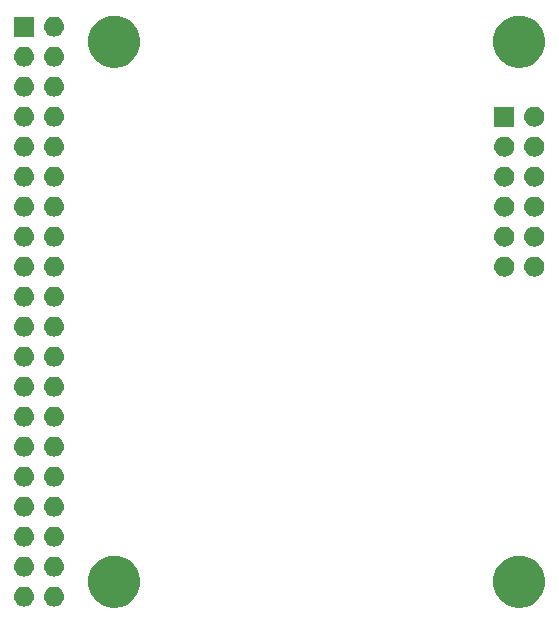
<source format=gbr>
G04 #@! TF.GenerationSoftware,KiCad,Pcbnew,(5.0.1)-3*
G04 #@! TF.CreationDate,2018-12-20T13:20:35+01:00*
G04 #@! TF.ProjectId,HB-RF-USB,48422D52462D5553422E6B696361645F,rev?*
G04 #@! TF.SameCoordinates,Original*
G04 #@! TF.FileFunction,Soldermask,Bot*
G04 #@! TF.FilePolarity,Negative*
%FSLAX46Y46*%
G04 Gerber Fmt 4.6, Leading zero omitted, Abs format (unit mm)*
G04 Created by KiCad (PCBNEW (5.0.1)-3) date 20.12.2018 13:20:35*
%MOMM*%
%LPD*%
G01*
G04 APERTURE LIST*
%ADD10C,0.100000*%
G04 APERTURE END LIST*
D10*
G36*
X75359199Y-97537273D02*
X75571717Y-97579545D01*
X75882922Y-97708450D01*
X75972091Y-97745385D01*
X76332418Y-97986148D01*
X76638852Y-98292582D01*
X76879615Y-98652909D01*
X77045455Y-99053284D01*
X77130000Y-99478319D01*
X77130000Y-99911681D01*
X77111405Y-100005166D01*
X77045455Y-100336717D01*
X76879615Y-100737091D01*
X76638852Y-101097418D01*
X76332418Y-101403852D01*
X75972091Y-101644615D01*
X75571717Y-101810455D01*
X75359198Y-101852728D01*
X75146681Y-101895000D01*
X74713319Y-101895000D01*
X74500802Y-101852728D01*
X74288283Y-101810455D01*
X73887909Y-101644615D01*
X73527582Y-101403852D01*
X73221148Y-101097418D01*
X72980385Y-100737091D01*
X72814545Y-100336717D01*
X72748595Y-100005166D01*
X72730000Y-99911681D01*
X72730000Y-99478319D01*
X72814545Y-99053284D01*
X72980385Y-98652909D01*
X73221148Y-98292582D01*
X73527582Y-97986148D01*
X73887909Y-97745385D01*
X73977078Y-97708450D01*
X74288283Y-97579545D01*
X74500801Y-97537273D01*
X74713319Y-97495000D01*
X75146681Y-97495000D01*
X75359199Y-97537273D01*
X75359199Y-97537273D01*
G37*
G36*
X41069199Y-97537273D02*
X41281717Y-97579545D01*
X41592922Y-97708450D01*
X41682091Y-97745385D01*
X42042418Y-97986148D01*
X42348852Y-98292582D01*
X42589615Y-98652909D01*
X42755455Y-99053284D01*
X42840000Y-99478319D01*
X42840000Y-99911681D01*
X42821405Y-100005166D01*
X42755455Y-100336717D01*
X42589615Y-100737091D01*
X42348852Y-101097418D01*
X42042418Y-101403852D01*
X41682091Y-101644615D01*
X41281717Y-101810455D01*
X41069198Y-101852728D01*
X40856681Y-101895000D01*
X40423319Y-101895000D01*
X40210802Y-101852728D01*
X39998283Y-101810455D01*
X39597909Y-101644615D01*
X39237582Y-101403852D01*
X38931148Y-101097418D01*
X38690385Y-100737091D01*
X38524545Y-100336717D01*
X38458595Y-100005166D01*
X38440000Y-99911681D01*
X38440000Y-99478319D01*
X38524545Y-99053284D01*
X38690385Y-98652909D01*
X38931148Y-98292582D01*
X39237582Y-97986148D01*
X39597909Y-97745385D01*
X39687078Y-97708450D01*
X39998283Y-97579545D01*
X40210801Y-97537273D01*
X40423319Y-97495000D01*
X40856681Y-97495000D01*
X41069199Y-97537273D01*
X41069199Y-97537273D01*
G37*
G36*
X33166629Y-100127300D02*
X33326855Y-100175903D01*
X33474519Y-100254832D01*
X33603948Y-100361052D01*
X33710168Y-100490481D01*
X33789097Y-100638145D01*
X33837700Y-100798371D01*
X33854112Y-100965000D01*
X33837700Y-101131629D01*
X33789097Y-101291855D01*
X33710168Y-101439519D01*
X33603948Y-101568948D01*
X33474519Y-101675168D01*
X33326855Y-101754097D01*
X33166629Y-101802700D01*
X33041749Y-101815000D01*
X32958251Y-101815000D01*
X32833371Y-101802700D01*
X32673145Y-101754097D01*
X32525481Y-101675168D01*
X32396052Y-101568948D01*
X32289832Y-101439519D01*
X32210903Y-101291855D01*
X32162300Y-101131629D01*
X32145888Y-100965000D01*
X32162300Y-100798371D01*
X32210903Y-100638145D01*
X32289832Y-100490481D01*
X32396052Y-100361052D01*
X32525481Y-100254832D01*
X32673145Y-100175903D01*
X32833371Y-100127300D01*
X32958251Y-100115000D01*
X33041749Y-100115000D01*
X33166629Y-100127300D01*
X33166629Y-100127300D01*
G37*
G36*
X35706629Y-100127300D02*
X35866855Y-100175903D01*
X36014519Y-100254832D01*
X36143948Y-100361052D01*
X36250168Y-100490481D01*
X36329097Y-100638145D01*
X36377700Y-100798371D01*
X36394112Y-100965000D01*
X36377700Y-101131629D01*
X36329097Y-101291855D01*
X36250168Y-101439519D01*
X36143948Y-101568948D01*
X36014519Y-101675168D01*
X35866855Y-101754097D01*
X35706629Y-101802700D01*
X35581749Y-101815000D01*
X35498251Y-101815000D01*
X35373371Y-101802700D01*
X35213145Y-101754097D01*
X35065481Y-101675168D01*
X34936052Y-101568948D01*
X34829832Y-101439519D01*
X34750903Y-101291855D01*
X34702300Y-101131629D01*
X34685888Y-100965000D01*
X34702300Y-100798371D01*
X34750903Y-100638145D01*
X34829832Y-100490481D01*
X34936052Y-100361052D01*
X35065481Y-100254832D01*
X35213145Y-100175903D01*
X35373371Y-100127300D01*
X35498251Y-100115000D01*
X35581749Y-100115000D01*
X35706629Y-100127300D01*
X35706629Y-100127300D01*
G37*
G36*
X33166629Y-97587300D02*
X33326855Y-97635903D01*
X33474519Y-97714832D01*
X33603948Y-97821052D01*
X33710168Y-97950481D01*
X33789097Y-98098145D01*
X33837700Y-98258371D01*
X33854112Y-98425000D01*
X33837700Y-98591629D01*
X33789097Y-98751855D01*
X33710168Y-98899519D01*
X33603948Y-99028948D01*
X33474519Y-99135168D01*
X33326855Y-99214097D01*
X33166629Y-99262700D01*
X33041749Y-99275000D01*
X32958251Y-99275000D01*
X32833371Y-99262700D01*
X32673145Y-99214097D01*
X32525481Y-99135168D01*
X32396052Y-99028948D01*
X32289832Y-98899519D01*
X32210903Y-98751855D01*
X32162300Y-98591629D01*
X32145888Y-98425000D01*
X32162300Y-98258371D01*
X32210903Y-98098145D01*
X32289832Y-97950481D01*
X32396052Y-97821052D01*
X32525481Y-97714832D01*
X32673145Y-97635903D01*
X32833371Y-97587300D01*
X32958251Y-97575000D01*
X33041749Y-97575000D01*
X33166629Y-97587300D01*
X33166629Y-97587300D01*
G37*
G36*
X35706629Y-97587300D02*
X35866855Y-97635903D01*
X36014519Y-97714832D01*
X36143948Y-97821052D01*
X36250168Y-97950481D01*
X36329097Y-98098145D01*
X36377700Y-98258371D01*
X36394112Y-98425000D01*
X36377700Y-98591629D01*
X36329097Y-98751855D01*
X36250168Y-98899519D01*
X36143948Y-99028948D01*
X36014519Y-99135168D01*
X35866855Y-99214097D01*
X35706629Y-99262700D01*
X35581749Y-99275000D01*
X35498251Y-99275000D01*
X35373371Y-99262700D01*
X35213145Y-99214097D01*
X35065481Y-99135168D01*
X34936052Y-99028948D01*
X34829832Y-98899519D01*
X34750903Y-98751855D01*
X34702300Y-98591629D01*
X34685888Y-98425000D01*
X34702300Y-98258371D01*
X34750903Y-98098145D01*
X34829832Y-97950481D01*
X34936052Y-97821052D01*
X35065481Y-97714832D01*
X35213145Y-97635903D01*
X35373371Y-97587300D01*
X35498251Y-97575000D01*
X35581749Y-97575000D01*
X35706629Y-97587300D01*
X35706629Y-97587300D01*
G37*
G36*
X35706629Y-95047300D02*
X35866855Y-95095903D01*
X36014519Y-95174832D01*
X36143948Y-95281052D01*
X36250168Y-95410481D01*
X36329097Y-95558145D01*
X36377700Y-95718371D01*
X36394112Y-95885000D01*
X36377700Y-96051629D01*
X36329097Y-96211855D01*
X36250168Y-96359519D01*
X36143948Y-96488948D01*
X36014519Y-96595168D01*
X35866855Y-96674097D01*
X35706629Y-96722700D01*
X35581749Y-96735000D01*
X35498251Y-96735000D01*
X35373371Y-96722700D01*
X35213145Y-96674097D01*
X35065481Y-96595168D01*
X34936052Y-96488948D01*
X34829832Y-96359519D01*
X34750903Y-96211855D01*
X34702300Y-96051629D01*
X34685888Y-95885000D01*
X34702300Y-95718371D01*
X34750903Y-95558145D01*
X34829832Y-95410481D01*
X34936052Y-95281052D01*
X35065481Y-95174832D01*
X35213145Y-95095903D01*
X35373371Y-95047300D01*
X35498251Y-95035000D01*
X35581749Y-95035000D01*
X35706629Y-95047300D01*
X35706629Y-95047300D01*
G37*
G36*
X33166629Y-95047300D02*
X33326855Y-95095903D01*
X33474519Y-95174832D01*
X33603948Y-95281052D01*
X33710168Y-95410481D01*
X33789097Y-95558145D01*
X33837700Y-95718371D01*
X33854112Y-95885000D01*
X33837700Y-96051629D01*
X33789097Y-96211855D01*
X33710168Y-96359519D01*
X33603948Y-96488948D01*
X33474519Y-96595168D01*
X33326855Y-96674097D01*
X33166629Y-96722700D01*
X33041749Y-96735000D01*
X32958251Y-96735000D01*
X32833371Y-96722700D01*
X32673145Y-96674097D01*
X32525481Y-96595168D01*
X32396052Y-96488948D01*
X32289832Y-96359519D01*
X32210903Y-96211855D01*
X32162300Y-96051629D01*
X32145888Y-95885000D01*
X32162300Y-95718371D01*
X32210903Y-95558145D01*
X32289832Y-95410481D01*
X32396052Y-95281052D01*
X32525481Y-95174832D01*
X32673145Y-95095903D01*
X32833371Y-95047300D01*
X32958251Y-95035000D01*
X33041749Y-95035000D01*
X33166629Y-95047300D01*
X33166629Y-95047300D01*
G37*
G36*
X35706629Y-92507300D02*
X35866855Y-92555903D01*
X36014519Y-92634832D01*
X36143948Y-92741052D01*
X36250168Y-92870481D01*
X36329097Y-93018145D01*
X36377700Y-93178371D01*
X36394112Y-93345000D01*
X36377700Y-93511629D01*
X36329097Y-93671855D01*
X36250168Y-93819519D01*
X36143948Y-93948948D01*
X36014519Y-94055168D01*
X35866855Y-94134097D01*
X35706629Y-94182700D01*
X35581749Y-94195000D01*
X35498251Y-94195000D01*
X35373371Y-94182700D01*
X35213145Y-94134097D01*
X35065481Y-94055168D01*
X34936052Y-93948948D01*
X34829832Y-93819519D01*
X34750903Y-93671855D01*
X34702300Y-93511629D01*
X34685888Y-93345000D01*
X34702300Y-93178371D01*
X34750903Y-93018145D01*
X34829832Y-92870481D01*
X34936052Y-92741052D01*
X35065481Y-92634832D01*
X35213145Y-92555903D01*
X35373371Y-92507300D01*
X35498251Y-92495000D01*
X35581749Y-92495000D01*
X35706629Y-92507300D01*
X35706629Y-92507300D01*
G37*
G36*
X33166629Y-92507300D02*
X33326855Y-92555903D01*
X33474519Y-92634832D01*
X33603948Y-92741052D01*
X33710168Y-92870481D01*
X33789097Y-93018145D01*
X33837700Y-93178371D01*
X33854112Y-93345000D01*
X33837700Y-93511629D01*
X33789097Y-93671855D01*
X33710168Y-93819519D01*
X33603948Y-93948948D01*
X33474519Y-94055168D01*
X33326855Y-94134097D01*
X33166629Y-94182700D01*
X33041749Y-94195000D01*
X32958251Y-94195000D01*
X32833371Y-94182700D01*
X32673145Y-94134097D01*
X32525481Y-94055168D01*
X32396052Y-93948948D01*
X32289832Y-93819519D01*
X32210903Y-93671855D01*
X32162300Y-93511629D01*
X32145888Y-93345000D01*
X32162300Y-93178371D01*
X32210903Y-93018145D01*
X32289832Y-92870481D01*
X32396052Y-92741052D01*
X32525481Y-92634832D01*
X32673145Y-92555903D01*
X32833371Y-92507300D01*
X32958251Y-92495000D01*
X33041749Y-92495000D01*
X33166629Y-92507300D01*
X33166629Y-92507300D01*
G37*
G36*
X35706629Y-89967300D02*
X35866855Y-90015903D01*
X36014519Y-90094832D01*
X36143948Y-90201052D01*
X36250168Y-90330481D01*
X36329097Y-90478145D01*
X36377700Y-90638371D01*
X36394112Y-90805000D01*
X36377700Y-90971629D01*
X36329097Y-91131855D01*
X36250168Y-91279519D01*
X36143948Y-91408948D01*
X36014519Y-91515168D01*
X35866855Y-91594097D01*
X35706629Y-91642700D01*
X35581749Y-91655000D01*
X35498251Y-91655000D01*
X35373371Y-91642700D01*
X35213145Y-91594097D01*
X35065481Y-91515168D01*
X34936052Y-91408948D01*
X34829832Y-91279519D01*
X34750903Y-91131855D01*
X34702300Y-90971629D01*
X34685888Y-90805000D01*
X34702300Y-90638371D01*
X34750903Y-90478145D01*
X34829832Y-90330481D01*
X34936052Y-90201052D01*
X35065481Y-90094832D01*
X35213145Y-90015903D01*
X35373371Y-89967300D01*
X35498251Y-89955000D01*
X35581749Y-89955000D01*
X35706629Y-89967300D01*
X35706629Y-89967300D01*
G37*
G36*
X33166629Y-89967300D02*
X33326855Y-90015903D01*
X33474519Y-90094832D01*
X33603948Y-90201052D01*
X33710168Y-90330481D01*
X33789097Y-90478145D01*
X33837700Y-90638371D01*
X33854112Y-90805000D01*
X33837700Y-90971629D01*
X33789097Y-91131855D01*
X33710168Y-91279519D01*
X33603948Y-91408948D01*
X33474519Y-91515168D01*
X33326855Y-91594097D01*
X33166629Y-91642700D01*
X33041749Y-91655000D01*
X32958251Y-91655000D01*
X32833371Y-91642700D01*
X32673145Y-91594097D01*
X32525481Y-91515168D01*
X32396052Y-91408948D01*
X32289832Y-91279519D01*
X32210903Y-91131855D01*
X32162300Y-90971629D01*
X32145888Y-90805000D01*
X32162300Y-90638371D01*
X32210903Y-90478145D01*
X32289832Y-90330481D01*
X32396052Y-90201052D01*
X32525481Y-90094832D01*
X32673145Y-90015903D01*
X32833371Y-89967300D01*
X32958251Y-89955000D01*
X33041749Y-89955000D01*
X33166629Y-89967300D01*
X33166629Y-89967300D01*
G37*
G36*
X35706629Y-87427300D02*
X35866855Y-87475903D01*
X36014519Y-87554832D01*
X36143948Y-87661052D01*
X36250168Y-87790481D01*
X36329097Y-87938145D01*
X36377700Y-88098371D01*
X36394112Y-88265000D01*
X36377700Y-88431629D01*
X36329097Y-88591855D01*
X36250168Y-88739519D01*
X36143948Y-88868948D01*
X36014519Y-88975168D01*
X35866855Y-89054097D01*
X35706629Y-89102700D01*
X35581749Y-89115000D01*
X35498251Y-89115000D01*
X35373371Y-89102700D01*
X35213145Y-89054097D01*
X35065481Y-88975168D01*
X34936052Y-88868948D01*
X34829832Y-88739519D01*
X34750903Y-88591855D01*
X34702300Y-88431629D01*
X34685888Y-88265000D01*
X34702300Y-88098371D01*
X34750903Y-87938145D01*
X34829832Y-87790481D01*
X34936052Y-87661052D01*
X35065481Y-87554832D01*
X35213145Y-87475903D01*
X35373371Y-87427300D01*
X35498251Y-87415000D01*
X35581749Y-87415000D01*
X35706629Y-87427300D01*
X35706629Y-87427300D01*
G37*
G36*
X33166629Y-87427300D02*
X33326855Y-87475903D01*
X33474519Y-87554832D01*
X33603948Y-87661052D01*
X33710168Y-87790481D01*
X33789097Y-87938145D01*
X33837700Y-88098371D01*
X33854112Y-88265000D01*
X33837700Y-88431629D01*
X33789097Y-88591855D01*
X33710168Y-88739519D01*
X33603948Y-88868948D01*
X33474519Y-88975168D01*
X33326855Y-89054097D01*
X33166629Y-89102700D01*
X33041749Y-89115000D01*
X32958251Y-89115000D01*
X32833371Y-89102700D01*
X32673145Y-89054097D01*
X32525481Y-88975168D01*
X32396052Y-88868948D01*
X32289832Y-88739519D01*
X32210903Y-88591855D01*
X32162300Y-88431629D01*
X32145888Y-88265000D01*
X32162300Y-88098371D01*
X32210903Y-87938145D01*
X32289832Y-87790481D01*
X32396052Y-87661052D01*
X32525481Y-87554832D01*
X32673145Y-87475903D01*
X32833371Y-87427300D01*
X32958251Y-87415000D01*
X33041749Y-87415000D01*
X33166629Y-87427300D01*
X33166629Y-87427300D01*
G37*
G36*
X33166629Y-84887300D02*
X33326855Y-84935903D01*
X33474519Y-85014832D01*
X33603948Y-85121052D01*
X33710168Y-85250481D01*
X33789097Y-85398145D01*
X33837700Y-85558371D01*
X33854112Y-85725000D01*
X33837700Y-85891629D01*
X33789097Y-86051855D01*
X33710168Y-86199519D01*
X33603948Y-86328948D01*
X33474519Y-86435168D01*
X33326855Y-86514097D01*
X33166629Y-86562700D01*
X33041749Y-86575000D01*
X32958251Y-86575000D01*
X32833371Y-86562700D01*
X32673145Y-86514097D01*
X32525481Y-86435168D01*
X32396052Y-86328948D01*
X32289832Y-86199519D01*
X32210903Y-86051855D01*
X32162300Y-85891629D01*
X32145888Y-85725000D01*
X32162300Y-85558371D01*
X32210903Y-85398145D01*
X32289832Y-85250481D01*
X32396052Y-85121052D01*
X32525481Y-85014832D01*
X32673145Y-84935903D01*
X32833371Y-84887300D01*
X32958251Y-84875000D01*
X33041749Y-84875000D01*
X33166629Y-84887300D01*
X33166629Y-84887300D01*
G37*
G36*
X35706629Y-84887300D02*
X35866855Y-84935903D01*
X36014519Y-85014832D01*
X36143948Y-85121052D01*
X36250168Y-85250481D01*
X36329097Y-85398145D01*
X36377700Y-85558371D01*
X36394112Y-85725000D01*
X36377700Y-85891629D01*
X36329097Y-86051855D01*
X36250168Y-86199519D01*
X36143948Y-86328948D01*
X36014519Y-86435168D01*
X35866855Y-86514097D01*
X35706629Y-86562700D01*
X35581749Y-86575000D01*
X35498251Y-86575000D01*
X35373371Y-86562700D01*
X35213145Y-86514097D01*
X35065481Y-86435168D01*
X34936052Y-86328948D01*
X34829832Y-86199519D01*
X34750903Y-86051855D01*
X34702300Y-85891629D01*
X34685888Y-85725000D01*
X34702300Y-85558371D01*
X34750903Y-85398145D01*
X34829832Y-85250481D01*
X34936052Y-85121052D01*
X35065481Y-85014832D01*
X35213145Y-84935903D01*
X35373371Y-84887300D01*
X35498251Y-84875000D01*
X35581749Y-84875000D01*
X35706629Y-84887300D01*
X35706629Y-84887300D01*
G37*
G36*
X35706629Y-82347300D02*
X35866855Y-82395903D01*
X36014519Y-82474832D01*
X36143948Y-82581052D01*
X36250168Y-82710481D01*
X36329097Y-82858145D01*
X36377700Y-83018371D01*
X36394112Y-83185000D01*
X36377700Y-83351629D01*
X36329097Y-83511855D01*
X36250168Y-83659519D01*
X36143948Y-83788948D01*
X36014519Y-83895168D01*
X35866855Y-83974097D01*
X35706629Y-84022700D01*
X35581749Y-84035000D01*
X35498251Y-84035000D01*
X35373371Y-84022700D01*
X35213145Y-83974097D01*
X35065481Y-83895168D01*
X34936052Y-83788948D01*
X34829832Y-83659519D01*
X34750903Y-83511855D01*
X34702300Y-83351629D01*
X34685888Y-83185000D01*
X34702300Y-83018371D01*
X34750903Y-82858145D01*
X34829832Y-82710481D01*
X34936052Y-82581052D01*
X35065481Y-82474832D01*
X35213145Y-82395903D01*
X35373371Y-82347300D01*
X35498251Y-82335000D01*
X35581749Y-82335000D01*
X35706629Y-82347300D01*
X35706629Y-82347300D01*
G37*
G36*
X33166629Y-82347300D02*
X33326855Y-82395903D01*
X33474519Y-82474832D01*
X33603948Y-82581052D01*
X33710168Y-82710481D01*
X33789097Y-82858145D01*
X33837700Y-83018371D01*
X33854112Y-83185000D01*
X33837700Y-83351629D01*
X33789097Y-83511855D01*
X33710168Y-83659519D01*
X33603948Y-83788948D01*
X33474519Y-83895168D01*
X33326855Y-83974097D01*
X33166629Y-84022700D01*
X33041749Y-84035000D01*
X32958251Y-84035000D01*
X32833371Y-84022700D01*
X32673145Y-83974097D01*
X32525481Y-83895168D01*
X32396052Y-83788948D01*
X32289832Y-83659519D01*
X32210903Y-83511855D01*
X32162300Y-83351629D01*
X32145888Y-83185000D01*
X32162300Y-83018371D01*
X32210903Y-82858145D01*
X32289832Y-82710481D01*
X32396052Y-82581052D01*
X32525481Y-82474832D01*
X32673145Y-82395903D01*
X32833371Y-82347300D01*
X32958251Y-82335000D01*
X33041749Y-82335000D01*
X33166629Y-82347300D01*
X33166629Y-82347300D01*
G37*
G36*
X35706629Y-79807300D02*
X35866855Y-79855903D01*
X36014519Y-79934832D01*
X36143948Y-80041052D01*
X36250168Y-80170481D01*
X36329097Y-80318145D01*
X36377700Y-80478371D01*
X36394112Y-80645000D01*
X36377700Y-80811629D01*
X36329097Y-80971855D01*
X36250168Y-81119519D01*
X36143948Y-81248948D01*
X36014519Y-81355168D01*
X35866855Y-81434097D01*
X35706629Y-81482700D01*
X35581749Y-81495000D01*
X35498251Y-81495000D01*
X35373371Y-81482700D01*
X35213145Y-81434097D01*
X35065481Y-81355168D01*
X34936052Y-81248948D01*
X34829832Y-81119519D01*
X34750903Y-80971855D01*
X34702300Y-80811629D01*
X34685888Y-80645000D01*
X34702300Y-80478371D01*
X34750903Y-80318145D01*
X34829832Y-80170481D01*
X34936052Y-80041052D01*
X35065481Y-79934832D01*
X35213145Y-79855903D01*
X35373371Y-79807300D01*
X35498251Y-79795000D01*
X35581749Y-79795000D01*
X35706629Y-79807300D01*
X35706629Y-79807300D01*
G37*
G36*
X33166629Y-79807300D02*
X33326855Y-79855903D01*
X33474519Y-79934832D01*
X33603948Y-80041052D01*
X33710168Y-80170481D01*
X33789097Y-80318145D01*
X33837700Y-80478371D01*
X33854112Y-80645000D01*
X33837700Y-80811629D01*
X33789097Y-80971855D01*
X33710168Y-81119519D01*
X33603948Y-81248948D01*
X33474519Y-81355168D01*
X33326855Y-81434097D01*
X33166629Y-81482700D01*
X33041749Y-81495000D01*
X32958251Y-81495000D01*
X32833371Y-81482700D01*
X32673145Y-81434097D01*
X32525481Y-81355168D01*
X32396052Y-81248948D01*
X32289832Y-81119519D01*
X32210903Y-80971855D01*
X32162300Y-80811629D01*
X32145888Y-80645000D01*
X32162300Y-80478371D01*
X32210903Y-80318145D01*
X32289832Y-80170481D01*
X32396052Y-80041052D01*
X32525481Y-79934832D01*
X32673145Y-79855903D01*
X32833371Y-79807300D01*
X32958251Y-79795000D01*
X33041749Y-79795000D01*
X33166629Y-79807300D01*
X33166629Y-79807300D01*
G37*
G36*
X35706629Y-77267300D02*
X35866855Y-77315903D01*
X36014519Y-77394832D01*
X36143948Y-77501052D01*
X36250168Y-77630481D01*
X36329097Y-77778145D01*
X36377700Y-77938371D01*
X36394112Y-78105000D01*
X36377700Y-78271629D01*
X36329097Y-78431855D01*
X36250168Y-78579519D01*
X36143948Y-78708948D01*
X36014519Y-78815168D01*
X35866855Y-78894097D01*
X35706629Y-78942700D01*
X35581749Y-78955000D01*
X35498251Y-78955000D01*
X35373371Y-78942700D01*
X35213145Y-78894097D01*
X35065481Y-78815168D01*
X34936052Y-78708948D01*
X34829832Y-78579519D01*
X34750903Y-78431855D01*
X34702300Y-78271629D01*
X34685888Y-78105000D01*
X34702300Y-77938371D01*
X34750903Y-77778145D01*
X34829832Y-77630481D01*
X34936052Y-77501052D01*
X35065481Y-77394832D01*
X35213145Y-77315903D01*
X35373371Y-77267300D01*
X35498251Y-77255000D01*
X35581749Y-77255000D01*
X35706629Y-77267300D01*
X35706629Y-77267300D01*
G37*
G36*
X33166629Y-77267300D02*
X33326855Y-77315903D01*
X33474519Y-77394832D01*
X33603948Y-77501052D01*
X33710168Y-77630481D01*
X33789097Y-77778145D01*
X33837700Y-77938371D01*
X33854112Y-78105000D01*
X33837700Y-78271629D01*
X33789097Y-78431855D01*
X33710168Y-78579519D01*
X33603948Y-78708948D01*
X33474519Y-78815168D01*
X33326855Y-78894097D01*
X33166629Y-78942700D01*
X33041749Y-78955000D01*
X32958251Y-78955000D01*
X32833371Y-78942700D01*
X32673145Y-78894097D01*
X32525481Y-78815168D01*
X32396052Y-78708948D01*
X32289832Y-78579519D01*
X32210903Y-78431855D01*
X32162300Y-78271629D01*
X32145888Y-78105000D01*
X32162300Y-77938371D01*
X32210903Y-77778145D01*
X32289832Y-77630481D01*
X32396052Y-77501052D01*
X32525481Y-77394832D01*
X32673145Y-77315903D01*
X32833371Y-77267300D01*
X32958251Y-77255000D01*
X33041749Y-77255000D01*
X33166629Y-77267300D01*
X33166629Y-77267300D01*
G37*
G36*
X33166629Y-74727300D02*
X33326855Y-74775903D01*
X33474519Y-74854832D01*
X33603948Y-74961052D01*
X33710168Y-75090481D01*
X33789097Y-75238145D01*
X33837700Y-75398371D01*
X33854112Y-75565000D01*
X33837700Y-75731629D01*
X33789097Y-75891855D01*
X33710168Y-76039519D01*
X33603948Y-76168948D01*
X33474519Y-76275168D01*
X33326855Y-76354097D01*
X33166629Y-76402700D01*
X33041749Y-76415000D01*
X32958251Y-76415000D01*
X32833371Y-76402700D01*
X32673145Y-76354097D01*
X32525481Y-76275168D01*
X32396052Y-76168948D01*
X32289832Y-76039519D01*
X32210903Y-75891855D01*
X32162300Y-75731629D01*
X32145888Y-75565000D01*
X32162300Y-75398371D01*
X32210903Y-75238145D01*
X32289832Y-75090481D01*
X32396052Y-74961052D01*
X32525481Y-74854832D01*
X32673145Y-74775903D01*
X32833371Y-74727300D01*
X32958251Y-74715000D01*
X33041749Y-74715000D01*
X33166629Y-74727300D01*
X33166629Y-74727300D01*
G37*
G36*
X35706629Y-74727300D02*
X35866855Y-74775903D01*
X36014519Y-74854832D01*
X36143948Y-74961052D01*
X36250168Y-75090481D01*
X36329097Y-75238145D01*
X36377700Y-75398371D01*
X36394112Y-75565000D01*
X36377700Y-75731629D01*
X36329097Y-75891855D01*
X36250168Y-76039519D01*
X36143948Y-76168948D01*
X36014519Y-76275168D01*
X35866855Y-76354097D01*
X35706629Y-76402700D01*
X35581749Y-76415000D01*
X35498251Y-76415000D01*
X35373371Y-76402700D01*
X35213145Y-76354097D01*
X35065481Y-76275168D01*
X34936052Y-76168948D01*
X34829832Y-76039519D01*
X34750903Y-75891855D01*
X34702300Y-75731629D01*
X34685888Y-75565000D01*
X34702300Y-75398371D01*
X34750903Y-75238145D01*
X34829832Y-75090481D01*
X34936052Y-74961052D01*
X35065481Y-74854832D01*
X35213145Y-74775903D01*
X35373371Y-74727300D01*
X35498251Y-74715000D01*
X35581749Y-74715000D01*
X35706629Y-74727300D01*
X35706629Y-74727300D01*
G37*
G36*
X73826629Y-72187300D02*
X73986855Y-72235903D01*
X74134519Y-72314832D01*
X74263948Y-72421052D01*
X74370168Y-72550481D01*
X74449097Y-72698145D01*
X74497700Y-72858371D01*
X74514112Y-73025000D01*
X74497700Y-73191629D01*
X74449097Y-73351855D01*
X74370168Y-73499519D01*
X74263948Y-73628948D01*
X74134519Y-73735168D01*
X73986855Y-73814097D01*
X73826629Y-73862700D01*
X73701749Y-73875000D01*
X73618251Y-73875000D01*
X73493371Y-73862700D01*
X73333145Y-73814097D01*
X73185481Y-73735168D01*
X73056052Y-73628948D01*
X72949832Y-73499519D01*
X72870903Y-73351855D01*
X72822300Y-73191629D01*
X72805888Y-73025000D01*
X72822300Y-72858371D01*
X72870903Y-72698145D01*
X72949832Y-72550481D01*
X73056052Y-72421052D01*
X73185481Y-72314832D01*
X73333145Y-72235903D01*
X73493371Y-72187300D01*
X73618251Y-72175000D01*
X73701749Y-72175000D01*
X73826629Y-72187300D01*
X73826629Y-72187300D01*
G37*
G36*
X76366629Y-72187300D02*
X76526855Y-72235903D01*
X76674519Y-72314832D01*
X76803948Y-72421052D01*
X76910168Y-72550481D01*
X76989097Y-72698145D01*
X77037700Y-72858371D01*
X77054112Y-73025000D01*
X77037700Y-73191629D01*
X76989097Y-73351855D01*
X76910168Y-73499519D01*
X76803948Y-73628948D01*
X76674519Y-73735168D01*
X76526855Y-73814097D01*
X76366629Y-73862700D01*
X76241749Y-73875000D01*
X76158251Y-73875000D01*
X76033371Y-73862700D01*
X75873145Y-73814097D01*
X75725481Y-73735168D01*
X75596052Y-73628948D01*
X75489832Y-73499519D01*
X75410903Y-73351855D01*
X75362300Y-73191629D01*
X75345888Y-73025000D01*
X75362300Y-72858371D01*
X75410903Y-72698145D01*
X75489832Y-72550481D01*
X75596052Y-72421052D01*
X75725481Y-72314832D01*
X75873145Y-72235903D01*
X76033371Y-72187300D01*
X76158251Y-72175000D01*
X76241749Y-72175000D01*
X76366629Y-72187300D01*
X76366629Y-72187300D01*
G37*
G36*
X35706629Y-72187300D02*
X35866855Y-72235903D01*
X36014519Y-72314832D01*
X36143948Y-72421052D01*
X36250168Y-72550481D01*
X36329097Y-72698145D01*
X36377700Y-72858371D01*
X36394112Y-73025000D01*
X36377700Y-73191629D01*
X36329097Y-73351855D01*
X36250168Y-73499519D01*
X36143948Y-73628948D01*
X36014519Y-73735168D01*
X35866855Y-73814097D01*
X35706629Y-73862700D01*
X35581749Y-73875000D01*
X35498251Y-73875000D01*
X35373371Y-73862700D01*
X35213145Y-73814097D01*
X35065481Y-73735168D01*
X34936052Y-73628948D01*
X34829832Y-73499519D01*
X34750903Y-73351855D01*
X34702300Y-73191629D01*
X34685888Y-73025000D01*
X34702300Y-72858371D01*
X34750903Y-72698145D01*
X34829832Y-72550481D01*
X34936052Y-72421052D01*
X35065481Y-72314832D01*
X35213145Y-72235903D01*
X35373371Y-72187300D01*
X35498251Y-72175000D01*
X35581749Y-72175000D01*
X35706629Y-72187300D01*
X35706629Y-72187300D01*
G37*
G36*
X33166629Y-72187300D02*
X33326855Y-72235903D01*
X33474519Y-72314832D01*
X33603948Y-72421052D01*
X33710168Y-72550481D01*
X33789097Y-72698145D01*
X33837700Y-72858371D01*
X33854112Y-73025000D01*
X33837700Y-73191629D01*
X33789097Y-73351855D01*
X33710168Y-73499519D01*
X33603948Y-73628948D01*
X33474519Y-73735168D01*
X33326855Y-73814097D01*
X33166629Y-73862700D01*
X33041749Y-73875000D01*
X32958251Y-73875000D01*
X32833371Y-73862700D01*
X32673145Y-73814097D01*
X32525481Y-73735168D01*
X32396052Y-73628948D01*
X32289832Y-73499519D01*
X32210903Y-73351855D01*
X32162300Y-73191629D01*
X32145888Y-73025000D01*
X32162300Y-72858371D01*
X32210903Y-72698145D01*
X32289832Y-72550481D01*
X32396052Y-72421052D01*
X32525481Y-72314832D01*
X32673145Y-72235903D01*
X32833371Y-72187300D01*
X32958251Y-72175000D01*
X33041749Y-72175000D01*
X33166629Y-72187300D01*
X33166629Y-72187300D01*
G37*
G36*
X35706629Y-69647300D02*
X35866855Y-69695903D01*
X36014519Y-69774832D01*
X36143948Y-69881052D01*
X36250168Y-70010481D01*
X36329097Y-70158145D01*
X36377700Y-70318371D01*
X36394112Y-70485000D01*
X36377700Y-70651629D01*
X36329097Y-70811855D01*
X36250168Y-70959519D01*
X36143948Y-71088948D01*
X36014519Y-71195168D01*
X35866855Y-71274097D01*
X35706629Y-71322700D01*
X35581749Y-71335000D01*
X35498251Y-71335000D01*
X35373371Y-71322700D01*
X35213145Y-71274097D01*
X35065481Y-71195168D01*
X34936052Y-71088948D01*
X34829832Y-70959519D01*
X34750903Y-70811855D01*
X34702300Y-70651629D01*
X34685888Y-70485000D01*
X34702300Y-70318371D01*
X34750903Y-70158145D01*
X34829832Y-70010481D01*
X34936052Y-69881052D01*
X35065481Y-69774832D01*
X35213145Y-69695903D01*
X35373371Y-69647300D01*
X35498251Y-69635000D01*
X35581749Y-69635000D01*
X35706629Y-69647300D01*
X35706629Y-69647300D01*
G37*
G36*
X76366629Y-69647300D02*
X76526855Y-69695903D01*
X76674519Y-69774832D01*
X76803948Y-69881052D01*
X76910168Y-70010481D01*
X76989097Y-70158145D01*
X77037700Y-70318371D01*
X77054112Y-70485000D01*
X77037700Y-70651629D01*
X76989097Y-70811855D01*
X76910168Y-70959519D01*
X76803948Y-71088948D01*
X76674519Y-71195168D01*
X76526855Y-71274097D01*
X76366629Y-71322700D01*
X76241749Y-71335000D01*
X76158251Y-71335000D01*
X76033371Y-71322700D01*
X75873145Y-71274097D01*
X75725481Y-71195168D01*
X75596052Y-71088948D01*
X75489832Y-70959519D01*
X75410903Y-70811855D01*
X75362300Y-70651629D01*
X75345888Y-70485000D01*
X75362300Y-70318371D01*
X75410903Y-70158145D01*
X75489832Y-70010481D01*
X75596052Y-69881052D01*
X75725481Y-69774832D01*
X75873145Y-69695903D01*
X76033371Y-69647300D01*
X76158251Y-69635000D01*
X76241749Y-69635000D01*
X76366629Y-69647300D01*
X76366629Y-69647300D01*
G37*
G36*
X33166629Y-69647300D02*
X33326855Y-69695903D01*
X33474519Y-69774832D01*
X33603948Y-69881052D01*
X33710168Y-70010481D01*
X33789097Y-70158145D01*
X33837700Y-70318371D01*
X33854112Y-70485000D01*
X33837700Y-70651629D01*
X33789097Y-70811855D01*
X33710168Y-70959519D01*
X33603948Y-71088948D01*
X33474519Y-71195168D01*
X33326855Y-71274097D01*
X33166629Y-71322700D01*
X33041749Y-71335000D01*
X32958251Y-71335000D01*
X32833371Y-71322700D01*
X32673145Y-71274097D01*
X32525481Y-71195168D01*
X32396052Y-71088948D01*
X32289832Y-70959519D01*
X32210903Y-70811855D01*
X32162300Y-70651629D01*
X32145888Y-70485000D01*
X32162300Y-70318371D01*
X32210903Y-70158145D01*
X32289832Y-70010481D01*
X32396052Y-69881052D01*
X32525481Y-69774832D01*
X32673145Y-69695903D01*
X32833371Y-69647300D01*
X32958251Y-69635000D01*
X33041749Y-69635000D01*
X33166629Y-69647300D01*
X33166629Y-69647300D01*
G37*
G36*
X73826629Y-69647300D02*
X73986855Y-69695903D01*
X74134519Y-69774832D01*
X74263948Y-69881052D01*
X74370168Y-70010481D01*
X74449097Y-70158145D01*
X74497700Y-70318371D01*
X74514112Y-70485000D01*
X74497700Y-70651629D01*
X74449097Y-70811855D01*
X74370168Y-70959519D01*
X74263948Y-71088948D01*
X74134519Y-71195168D01*
X73986855Y-71274097D01*
X73826629Y-71322700D01*
X73701749Y-71335000D01*
X73618251Y-71335000D01*
X73493371Y-71322700D01*
X73333145Y-71274097D01*
X73185481Y-71195168D01*
X73056052Y-71088948D01*
X72949832Y-70959519D01*
X72870903Y-70811855D01*
X72822300Y-70651629D01*
X72805888Y-70485000D01*
X72822300Y-70318371D01*
X72870903Y-70158145D01*
X72949832Y-70010481D01*
X73056052Y-69881052D01*
X73185481Y-69774832D01*
X73333145Y-69695903D01*
X73493371Y-69647300D01*
X73618251Y-69635000D01*
X73701749Y-69635000D01*
X73826629Y-69647300D01*
X73826629Y-69647300D01*
G37*
G36*
X76366629Y-67107300D02*
X76526855Y-67155903D01*
X76674519Y-67234832D01*
X76803948Y-67341052D01*
X76910168Y-67470481D01*
X76989097Y-67618145D01*
X77037700Y-67778371D01*
X77054112Y-67945000D01*
X77037700Y-68111629D01*
X76989097Y-68271855D01*
X76910168Y-68419519D01*
X76803948Y-68548948D01*
X76674519Y-68655168D01*
X76526855Y-68734097D01*
X76366629Y-68782700D01*
X76241749Y-68795000D01*
X76158251Y-68795000D01*
X76033371Y-68782700D01*
X75873145Y-68734097D01*
X75725481Y-68655168D01*
X75596052Y-68548948D01*
X75489832Y-68419519D01*
X75410903Y-68271855D01*
X75362300Y-68111629D01*
X75345888Y-67945000D01*
X75362300Y-67778371D01*
X75410903Y-67618145D01*
X75489832Y-67470481D01*
X75596052Y-67341052D01*
X75725481Y-67234832D01*
X75873145Y-67155903D01*
X76033371Y-67107300D01*
X76158251Y-67095000D01*
X76241749Y-67095000D01*
X76366629Y-67107300D01*
X76366629Y-67107300D01*
G37*
G36*
X73826629Y-67107300D02*
X73986855Y-67155903D01*
X74134519Y-67234832D01*
X74263948Y-67341052D01*
X74370168Y-67470481D01*
X74449097Y-67618145D01*
X74497700Y-67778371D01*
X74514112Y-67945000D01*
X74497700Y-68111629D01*
X74449097Y-68271855D01*
X74370168Y-68419519D01*
X74263948Y-68548948D01*
X74134519Y-68655168D01*
X73986855Y-68734097D01*
X73826629Y-68782700D01*
X73701749Y-68795000D01*
X73618251Y-68795000D01*
X73493371Y-68782700D01*
X73333145Y-68734097D01*
X73185481Y-68655168D01*
X73056052Y-68548948D01*
X72949832Y-68419519D01*
X72870903Y-68271855D01*
X72822300Y-68111629D01*
X72805888Y-67945000D01*
X72822300Y-67778371D01*
X72870903Y-67618145D01*
X72949832Y-67470481D01*
X73056052Y-67341052D01*
X73185481Y-67234832D01*
X73333145Y-67155903D01*
X73493371Y-67107300D01*
X73618251Y-67095000D01*
X73701749Y-67095000D01*
X73826629Y-67107300D01*
X73826629Y-67107300D01*
G37*
G36*
X33166629Y-67107300D02*
X33326855Y-67155903D01*
X33474519Y-67234832D01*
X33603948Y-67341052D01*
X33710168Y-67470481D01*
X33789097Y-67618145D01*
X33837700Y-67778371D01*
X33854112Y-67945000D01*
X33837700Y-68111629D01*
X33789097Y-68271855D01*
X33710168Y-68419519D01*
X33603948Y-68548948D01*
X33474519Y-68655168D01*
X33326855Y-68734097D01*
X33166629Y-68782700D01*
X33041749Y-68795000D01*
X32958251Y-68795000D01*
X32833371Y-68782700D01*
X32673145Y-68734097D01*
X32525481Y-68655168D01*
X32396052Y-68548948D01*
X32289832Y-68419519D01*
X32210903Y-68271855D01*
X32162300Y-68111629D01*
X32145888Y-67945000D01*
X32162300Y-67778371D01*
X32210903Y-67618145D01*
X32289832Y-67470481D01*
X32396052Y-67341052D01*
X32525481Y-67234832D01*
X32673145Y-67155903D01*
X32833371Y-67107300D01*
X32958251Y-67095000D01*
X33041749Y-67095000D01*
X33166629Y-67107300D01*
X33166629Y-67107300D01*
G37*
G36*
X35706629Y-67107300D02*
X35866855Y-67155903D01*
X36014519Y-67234832D01*
X36143948Y-67341052D01*
X36250168Y-67470481D01*
X36329097Y-67618145D01*
X36377700Y-67778371D01*
X36394112Y-67945000D01*
X36377700Y-68111629D01*
X36329097Y-68271855D01*
X36250168Y-68419519D01*
X36143948Y-68548948D01*
X36014519Y-68655168D01*
X35866855Y-68734097D01*
X35706629Y-68782700D01*
X35581749Y-68795000D01*
X35498251Y-68795000D01*
X35373371Y-68782700D01*
X35213145Y-68734097D01*
X35065481Y-68655168D01*
X34936052Y-68548948D01*
X34829832Y-68419519D01*
X34750903Y-68271855D01*
X34702300Y-68111629D01*
X34685888Y-67945000D01*
X34702300Y-67778371D01*
X34750903Y-67618145D01*
X34829832Y-67470481D01*
X34936052Y-67341052D01*
X35065481Y-67234832D01*
X35213145Y-67155903D01*
X35373371Y-67107300D01*
X35498251Y-67095000D01*
X35581749Y-67095000D01*
X35706629Y-67107300D01*
X35706629Y-67107300D01*
G37*
G36*
X76366629Y-64567300D02*
X76526855Y-64615903D01*
X76674519Y-64694832D01*
X76803948Y-64801052D01*
X76910168Y-64930481D01*
X76989097Y-65078145D01*
X77037700Y-65238371D01*
X77054112Y-65405000D01*
X77037700Y-65571629D01*
X76989097Y-65731855D01*
X76910168Y-65879519D01*
X76803948Y-66008948D01*
X76674519Y-66115168D01*
X76526855Y-66194097D01*
X76366629Y-66242700D01*
X76241749Y-66255000D01*
X76158251Y-66255000D01*
X76033371Y-66242700D01*
X75873145Y-66194097D01*
X75725481Y-66115168D01*
X75596052Y-66008948D01*
X75489832Y-65879519D01*
X75410903Y-65731855D01*
X75362300Y-65571629D01*
X75345888Y-65405000D01*
X75362300Y-65238371D01*
X75410903Y-65078145D01*
X75489832Y-64930481D01*
X75596052Y-64801052D01*
X75725481Y-64694832D01*
X75873145Y-64615903D01*
X76033371Y-64567300D01*
X76158251Y-64555000D01*
X76241749Y-64555000D01*
X76366629Y-64567300D01*
X76366629Y-64567300D01*
G37*
G36*
X73826629Y-64567300D02*
X73986855Y-64615903D01*
X74134519Y-64694832D01*
X74263948Y-64801052D01*
X74370168Y-64930481D01*
X74449097Y-65078145D01*
X74497700Y-65238371D01*
X74514112Y-65405000D01*
X74497700Y-65571629D01*
X74449097Y-65731855D01*
X74370168Y-65879519D01*
X74263948Y-66008948D01*
X74134519Y-66115168D01*
X73986855Y-66194097D01*
X73826629Y-66242700D01*
X73701749Y-66255000D01*
X73618251Y-66255000D01*
X73493371Y-66242700D01*
X73333145Y-66194097D01*
X73185481Y-66115168D01*
X73056052Y-66008948D01*
X72949832Y-65879519D01*
X72870903Y-65731855D01*
X72822300Y-65571629D01*
X72805888Y-65405000D01*
X72822300Y-65238371D01*
X72870903Y-65078145D01*
X72949832Y-64930481D01*
X73056052Y-64801052D01*
X73185481Y-64694832D01*
X73333145Y-64615903D01*
X73493371Y-64567300D01*
X73618251Y-64555000D01*
X73701749Y-64555000D01*
X73826629Y-64567300D01*
X73826629Y-64567300D01*
G37*
G36*
X33166629Y-64567300D02*
X33326855Y-64615903D01*
X33474519Y-64694832D01*
X33603948Y-64801052D01*
X33710168Y-64930481D01*
X33789097Y-65078145D01*
X33837700Y-65238371D01*
X33854112Y-65405000D01*
X33837700Y-65571629D01*
X33789097Y-65731855D01*
X33710168Y-65879519D01*
X33603948Y-66008948D01*
X33474519Y-66115168D01*
X33326855Y-66194097D01*
X33166629Y-66242700D01*
X33041749Y-66255000D01*
X32958251Y-66255000D01*
X32833371Y-66242700D01*
X32673145Y-66194097D01*
X32525481Y-66115168D01*
X32396052Y-66008948D01*
X32289832Y-65879519D01*
X32210903Y-65731855D01*
X32162300Y-65571629D01*
X32145888Y-65405000D01*
X32162300Y-65238371D01*
X32210903Y-65078145D01*
X32289832Y-64930481D01*
X32396052Y-64801052D01*
X32525481Y-64694832D01*
X32673145Y-64615903D01*
X32833371Y-64567300D01*
X32958251Y-64555000D01*
X33041749Y-64555000D01*
X33166629Y-64567300D01*
X33166629Y-64567300D01*
G37*
G36*
X35706629Y-64567300D02*
X35866855Y-64615903D01*
X36014519Y-64694832D01*
X36143948Y-64801052D01*
X36250168Y-64930481D01*
X36329097Y-65078145D01*
X36377700Y-65238371D01*
X36394112Y-65405000D01*
X36377700Y-65571629D01*
X36329097Y-65731855D01*
X36250168Y-65879519D01*
X36143948Y-66008948D01*
X36014519Y-66115168D01*
X35866855Y-66194097D01*
X35706629Y-66242700D01*
X35581749Y-66255000D01*
X35498251Y-66255000D01*
X35373371Y-66242700D01*
X35213145Y-66194097D01*
X35065481Y-66115168D01*
X34936052Y-66008948D01*
X34829832Y-65879519D01*
X34750903Y-65731855D01*
X34702300Y-65571629D01*
X34685888Y-65405000D01*
X34702300Y-65238371D01*
X34750903Y-65078145D01*
X34829832Y-64930481D01*
X34936052Y-64801052D01*
X35065481Y-64694832D01*
X35213145Y-64615903D01*
X35373371Y-64567300D01*
X35498251Y-64555000D01*
X35581749Y-64555000D01*
X35706629Y-64567300D01*
X35706629Y-64567300D01*
G37*
G36*
X73826629Y-62027300D02*
X73986855Y-62075903D01*
X74134519Y-62154832D01*
X74263948Y-62261052D01*
X74370168Y-62390481D01*
X74449097Y-62538145D01*
X74497700Y-62698371D01*
X74514112Y-62865000D01*
X74497700Y-63031629D01*
X74449097Y-63191855D01*
X74370168Y-63339519D01*
X74263948Y-63468948D01*
X74134519Y-63575168D01*
X73986855Y-63654097D01*
X73826629Y-63702700D01*
X73701749Y-63715000D01*
X73618251Y-63715000D01*
X73493371Y-63702700D01*
X73333145Y-63654097D01*
X73185481Y-63575168D01*
X73056052Y-63468948D01*
X72949832Y-63339519D01*
X72870903Y-63191855D01*
X72822300Y-63031629D01*
X72805888Y-62865000D01*
X72822300Y-62698371D01*
X72870903Y-62538145D01*
X72949832Y-62390481D01*
X73056052Y-62261052D01*
X73185481Y-62154832D01*
X73333145Y-62075903D01*
X73493371Y-62027300D01*
X73618251Y-62015000D01*
X73701749Y-62015000D01*
X73826629Y-62027300D01*
X73826629Y-62027300D01*
G37*
G36*
X76366629Y-62027300D02*
X76526855Y-62075903D01*
X76674519Y-62154832D01*
X76803948Y-62261052D01*
X76910168Y-62390481D01*
X76989097Y-62538145D01*
X77037700Y-62698371D01*
X77054112Y-62865000D01*
X77037700Y-63031629D01*
X76989097Y-63191855D01*
X76910168Y-63339519D01*
X76803948Y-63468948D01*
X76674519Y-63575168D01*
X76526855Y-63654097D01*
X76366629Y-63702700D01*
X76241749Y-63715000D01*
X76158251Y-63715000D01*
X76033371Y-63702700D01*
X75873145Y-63654097D01*
X75725481Y-63575168D01*
X75596052Y-63468948D01*
X75489832Y-63339519D01*
X75410903Y-63191855D01*
X75362300Y-63031629D01*
X75345888Y-62865000D01*
X75362300Y-62698371D01*
X75410903Y-62538145D01*
X75489832Y-62390481D01*
X75596052Y-62261052D01*
X75725481Y-62154832D01*
X75873145Y-62075903D01*
X76033371Y-62027300D01*
X76158251Y-62015000D01*
X76241749Y-62015000D01*
X76366629Y-62027300D01*
X76366629Y-62027300D01*
G37*
G36*
X35706629Y-62027300D02*
X35866855Y-62075903D01*
X36014519Y-62154832D01*
X36143948Y-62261052D01*
X36250168Y-62390481D01*
X36329097Y-62538145D01*
X36377700Y-62698371D01*
X36394112Y-62865000D01*
X36377700Y-63031629D01*
X36329097Y-63191855D01*
X36250168Y-63339519D01*
X36143948Y-63468948D01*
X36014519Y-63575168D01*
X35866855Y-63654097D01*
X35706629Y-63702700D01*
X35581749Y-63715000D01*
X35498251Y-63715000D01*
X35373371Y-63702700D01*
X35213145Y-63654097D01*
X35065481Y-63575168D01*
X34936052Y-63468948D01*
X34829832Y-63339519D01*
X34750903Y-63191855D01*
X34702300Y-63031629D01*
X34685888Y-62865000D01*
X34702300Y-62698371D01*
X34750903Y-62538145D01*
X34829832Y-62390481D01*
X34936052Y-62261052D01*
X35065481Y-62154832D01*
X35213145Y-62075903D01*
X35373371Y-62027300D01*
X35498251Y-62015000D01*
X35581749Y-62015000D01*
X35706629Y-62027300D01*
X35706629Y-62027300D01*
G37*
G36*
X33166629Y-62027300D02*
X33326855Y-62075903D01*
X33474519Y-62154832D01*
X33603948Y-62261052D01*
X33710168Y-62390481D01*
X33789097Y-62538145D01*
X33837700Y-62698371D01*
X33854112Y-62865000D01*
X33837700Y-63031629D01*
X33789097Y-63191855D01*
X33710168Y-63339519D01*
X33603948Y-63468948D01*
X33474519Y-63575168D01*
X33326855Y-63654097D01*
X33166629Y-63702700D01*
X33041749Y-63715000D01*
X32958251Y-63715000D01*
X32833371Y-63702700D01*
X32673145Y-63654097D01*
X32525481Y-63575168D01*
X32396052Y-63468948D01*
X32289832Y-63339519D01*
X32210903Y-63191855D01*
X32162300Y-63031629D01*
X32145888Y-62865000D01*
X32162300Y-62698371D01*
X32210903Y-62538145D01*
X32289832Y-62390481D01*
X32396052Y-62261052D01*
X32525481Y-62154832D01*
X32673145Y-62075903D01*
X32833371Y-62027300D01*
X32958251Y-62015000D01*
X33041749Y-62015000D01*
X33166629Y-62027300D01*
X33166629Y-62027300D01*
G37*
G36*
X76366629Y-59487300D02*
X76526855Y-59535903D01*
X76674519Y-59614832D01*
X76803948Y-59721052D01*
X76910168Y-59850481D01*
X76989097Y-59998145D01*
X77037700Y-60158371D01*
X77054112Y-60325000D01*
X77037700Y-60491629D01*
X76989097Y-60651855D01*
X76910168Y-60799519D01*
X76803948Y-60928948D01*
X76674519Y-61035168D01*
X76526855Y-61114097D01*
X76366629Y-61162700D01*
X76241749Y-61175000D01*
X76158251Y-61175000D01*
X76033371Y-61162700D01*
X75873145Y-61114097D01*
X75725481Y-61035168D01*
X75596052Y-60928948D01*
X75489832Y-60799519D01*
X75410903Y-60651855D01*
X75362300Y-60491629D01*
X75345888Y-60325000D01*
X75362300Y-60158371D01*
X75410903Y-59998145D01*
X75489832Y-59850481D01*
X75596052Y-59721052D01*
X75725481Y-59614832D01*
X75873145Y-59535903D01*
X76033371Y-59487300D01*
X76158251Y-59475000D01*
X76241749Y-59475000D01*
X76366629Y-59487300D01*
X76366629Y-59487300D01*
G37*
G36*
X74510000Y-61175000D02*
X72810000Y-61175000D01*
X72810000Y-59475000D01*
X74510000Y-59475000D01*
X74510000Y-61175000D01*
X74510000Y-61175000D01*
G37*
G36*
X35706629Y-59487300D02*
X35866855Y-59535903D01*
X36014519Y-59614832D01*
X36143948Y-59721052D01*
X36250168Y-59850481D01*
X36329097Y-59998145D01*
X36377700Y-60158371D01*
X36394112Y-60325000D01*
X36377700Y-60491629D01*
X36329097Y-60651855D01*
X36250168Y-60799519D01*
X36143948Y-60928948D01*
X36014519Y-61035168D01*
X35866855Y-61114097D01*
X35706629Y-61162700D01*
X35581749Y-61175000D01*
X35498251Y-61175000D01*
X35373371Y-61162700D01*
X35213145Y-61114097D01*
X35065481Y-61035168D01*
X34936052Y-60928948D01*
X34829832Y-60799519D01*
X34750903Y-60651855D01*
X34702300Y-60491629D01*
X34685888Y-60325000D01*
X34702300Y-60158371D01*
X34750903Y-59998145D01*
X34829832Y-59850481D01*
X34936052Y-59721052D01*
X35065481Y-59614832D01*
X35213145Y-59535903D01*
X35373371Y-59487300D01*
X35498251Y-59475000D01*
X35581749Y-59475000D01*
X35706629Y-59487300D01*
X35706629Y-59487300D01*
G37*
G36*
X33166629Y-59487300D02*
X33326855Y-59535903D01*
X33474519Y-59614832D01*
X33603948Y-59721052D01*
X33710168Y-59850481D01*
X33789097Y-59998145D01*
X33837700Y-60158371D01*
X33854112Y-60325000D01*
X33837700Y-60491629D01*
X33789097Y-60651855D01*
X33710168Y-60799519D01*
X33603948Y-60928948D01*
X33474519Y-61035168D01*
X33326855Y-61114097D01*
X33166629Y-61162700D01*
X33041749Y-61175000D01*
X32958251Y-61175000D01*
X32833371Y-61162700D01*
X32673145Y-61114097D01*
X32525481Y-61035168D01*
X32396052Y-60928948D01*
X32289832Y-60799519D01*
X32210903Y-60651855D01*
X32162300Y-60491629D01*
X32145888Y-60325000D01*
X32162300Y-60158371D01*
X32210903Y-59998145D01*
X32289832Y-59850481D01*
X32396052Y-59721052D01*
X32525481Y-59614832D01*
X32673145Y-59535903D01*
X32833371Y-59487300D01*
X32958251Y-59475000D01*
X33041749Y-59475000D01*
X33166629Y-59487300D01*
X33166629Y-59487300D01*
G37*
G36*
X33166629Y-56947300D02*
X33326855Y-56995903D01*
X33474519Y-57074832D01*
X33603948Y-57181052D01*
X33710168Y-57310481D01*
X33789097Y-57458145D01*
X33837700Y-57618371D01*
X33854112Y-57785000D01*
X33837700Y-57951629D01*
X33789097Y-58111855D01*
X33710168Y-58259519D01*
X33603948Y-58388948D01*
X33474519Y-58495168D01*
X33326855Y-58574097D01*
X33166629Y-58622700D01*
X33041749Y-58635000D01*
X32958251Y-58635000D01*
X32833371Y-58622700D01*
X32673145Y-58574097D01*
X32525481Y-58495168D01*
X32396052Y-58388948D01*
X32289832Y-58259519D01*
X32210903Y-58111855D01*
X32162300Y-57951629D01*
X32145888Y-57785000D01*
X32162300Y-57618371D01*
X32210903Y-57458145D01*
X32289832Y-57310481D01*
X32396052Y-57181052D01*
X32525481Y-57074832D01*
X32673145Y-56995903D01*
X32833371Y-56947300D01*
X32958251Y-56935000D01*
X33041749Y-56935000D01*
X33166629Y-56947300D01*
X33166629Y-56947300D01*
G37*
G36*
X35706629Y-56947300D02*
X35866855Y-56995903D01*
X36014519Y-57074832D01*
X36143948Y-57181052D01*
X36250168Y-57310481D01*
X36329097Y-57458145D01*
X36377700Y-57618371D01*
X36394112Y-57785000D01*
X36377700Y-57951629D01*
X36329097Y-58111855D01*
X36250168Y-58259519D01*
X36143948Y-58388948D01*
X36014519Y-58495168D01*
X35866855Y-58574097D01*
X35706629Y-58622700D01*
X35581749Y-58635000D01*
X35498251Y-58635000D01*
X35373371Y-58622700D01*
X35213145Y-58574097D01*
X35065481Y-58495168D01*
X34936052Y-58388948D01*
X34829832Y-58259519D01*
X34750903Y-58111855D01*
X34702300Y-57951629D01*
X34685888Y-57785000D01*
X34702300Y-57618371D01*
X34750903Y-57458145D01*
X34829832Y-57310481D01*
X34936052Y-57181052D01*
X35065481Y-57074832D01*
X35213145Y-56995903D01*
X35373371Y-56947300D01*
X35498251Y-56935000D01*
X35581749Y-56935000D01*
X35706629Y-56947300D01*
X35706629Y-56947300D01*
G37*
G36*
X75359199Y-51817273D02*
X75571717Y-51859545D01*
X75882922Y-51988450D01*
X75972091Y-52025385D01*
X76332418Y-52266148D01*
X76638852Y-52572582D01*
X76879615Y-52932909D01*
X77045455Y-53333284D01*
X77130000Y-53758319D01*
X77130000Y-54191681D01*
X77111405Y-54285166D01*
X77045455Y-54616717D01*
X76879615Y-55017091D01*
X76638852Y-55377418D01*
X76332418Y-55683852D01*
X75972091Y-55924615D01*
X75571717Y-56090455D01*
X75359198Y-56132728D01*
X75146681Y-56175000D01*
X74713319Y-56175000D01*
X74500802Y-56132728D01*
X74288283Y-56090455D01*
X73887909Y-55924615D01*
X73527582Y-55683852D01*
X73221148Y-55377418D01*
X72980385Y-55017091D01*
X72814545Y-54616717D01*
X72748595Y-54285166D01*
X72730000Y-54191681D01*
X72730000Y-53758319D01*
X72814545Y-53333284D01*
X72980385Y-52932909D01*
X73221148Y-52572582D01*
X73527582Y-52266148D01*
X73887909Y-52025385D01*
X73977078Y-51988450D01*
X74288283Y-51859545D01*
X74500801Y-51817273D01*
X74713319Y-51775000D01*
X75146681Y-51775000D01*
X75359199Y-51817273D01*
X75359199Y-51817273D01*
G37*
G36*
X41069199Y-51817273D02*
X41281717Y-51859545D01*
X41592922Y-51988450D01*
X41682091Y-52025385D01*
X42042418Y-52266148D01*
X42348852Y-52572582D01*
X42589615Y-52932909D01*
X42755455Y-53333284D01*
X42840000Y-53758319D01*
X42840000Y-54191681D01*
X42821405Y-54285166D01*
X42755455Y-54616717D01*
X42589615Y-55017091D01*
X42348852Y-55377418D01*
X42042418Y-55683852D01*
X41682091Y-55924615D01*
X41281717Y-56090455D01*
X41069198Y-56132728D01*
X40856681Y-56175000D01*
X40423319Y-56175000D01*
X40210802Y-56132728D01*
X39998283Y-56090455D01*
X39597909Y-55924615D01*
X39237582Y-55683852D01*
X38931148Y-55377418D01*
X38690385Y-55017091D01*
X38524545Y-54616717D01*
X38458595Y-54285166D01*
X38440000Y-54191681D01*
X38440000Y-53758319D01*
X38524545Y-53333284D01*
X38690385Y-52932909D01*
X38931148Y-52572582D01*
X39237582Y-52266148D01*
X39597909Y-52025385D01*
X39687078Y-51988450D01*
X39998283Y-51859545D01*
X40210801Y-51817273D01*
X40423319Y-51775000D01*
X40856681Y-51775000D01*
X41069199Y-51817273D01*
X41069199Y-51817273D01*
G37*
G36*
X35706629Y-54407300D02*
X35866855Y-54455903D01*
X36014519Y-54534832D01*
X36143948Y-54641052D01*
X36250168Y-54770481D01*
X36329097Y-54918145D01*
X36377700Y-55078371D01*
X36394112Y-55245000D01*
X36377700Y-55411629D01*
X36329097Y-55571855D01*
X36250168Y-55719519D01*
X36143948Y-55848948D01*
X36014519Y-55955168D01*
X35866855Y-56034097D01*
X35706629Y-56082700D01*
X35581749Y-56095000D01*
X35498251Y-56095000D01*
X35373371Y-56082700D01*
X35213145Y-56034097D01*
X35065481Y-55955168D01*
X34936052Y-55848948D01*
X34829832Y-55719519D01*
X34750903Y-55571855D01*
X34702300Y-55411629D01*
X34685888Y-55245000D01*
X34702300Y-55078371D01*
X34750903Y-54918145D01*
X34829832Y-54770481D01*
X34936052Y-54641052D01*
X35065481Y-54534832D01*
X35213145Y-54455903D01*
X35373371Y-54407300D01*
X35498251Y-54395000D01*
X35581749Y-54395000D01*
X35706629Y-54407300D01*
X35706629Y-54407300D01*
G37*
G36*
X33166629Y-54407300D02*
X33326855Y-54455903D01*
X33474519Y-54534832D01*
X33603948Y-54641052D01*
X33710168Y-54770481D01*
X33789097Y-54918145D01*
X33837700Y-55078371D01*
X33854112Y-55245000D01*
X33837700Y-55411629D01*
X33789097Y-55571855D01*
X33710168Y-55719519D01*
X33603948Y-55848948D01*
X33474519Y-55955168D01*
X33326855Y-56034097D01*
X33166629Y-56082700D01*
X33041749Y-56095000D01*
X32958251Y-56095000D01*
X32833371Y-56082700D01*
X32673145Y-56034097D01*
X32525481Y-55955168D01*
X32396052Y-55848948D01*
X32289832Y-55719519D01*
X32210903Y-55571855D01*
X32162300Y-55411629D01*
X32145888Y-55245000D01*
X32162300Y-55078371D01*
X32210903Y-54918145D01*
X32289832Y-54770481D01*
X32396052Y-54641052D01*
X32525481Y-54534832D01*
X32673145Y-54455903D01*
X32833371Y-54407300D01*
X32958251Y-54395000D01*
X33041749Y-54395000D01*
X33166629Y-54407300D01*
X33166629Y-54407300D01*
G37*
G36*
X33850000Y-53555000D02*
X32150000Y-53555000D01*
X32150000Y-51855000D01*
X33850000Y-51855000D01*
X33850000Y-53555000D01*
X33850000Y-53555000D01*
G37*
G36*
X35706629Y-51867300D02*
X35866855Y-51915903D01*
X36014519Y-51994832D01*
X36143948Y-52101052D01*
X36250168Y-52230481D01*
X36329097Y-52378145D01*
X36377700Y-52538371D01*
X36394112Y-52705000D01*
X36377700Y-52871629D01*
X36329097Y-53031855D01*
X36250168Y-53179519D01*
X36143948Y-53308948D01*
X36014519Y-53415168D01*
X35866855Y-53494097D01*
X35706629Y-53542700D01*
X35581749Y-53555000D01*
X35498251Y-53555000D01*
X35373371Y-53542700D01*
X35213145Y-53494097D01*
X35065481Y-53415168D01*
X34936052Y-53308948D01*
X34829832Y-53179519D01*
X34750903Y-53031855D01*
X34702300Y-52871629D01*
X34685888Y-52705000D01*
X34702300Y-52538371D01*
X34750903Y-52378145D01*
X34829832Y-52230481D01*
X34936052Y-52101052D01*
X35065481Y-51994832D01*
X35213145Y-51915903D01*
X35373371Y-51867300D01*
X35498251Y-51855000D01*
X35581749Y-51855000D01*
X35706629Y-51867300D01*
X35706629Y-51867300D01*
G37*
M02*

</source>
